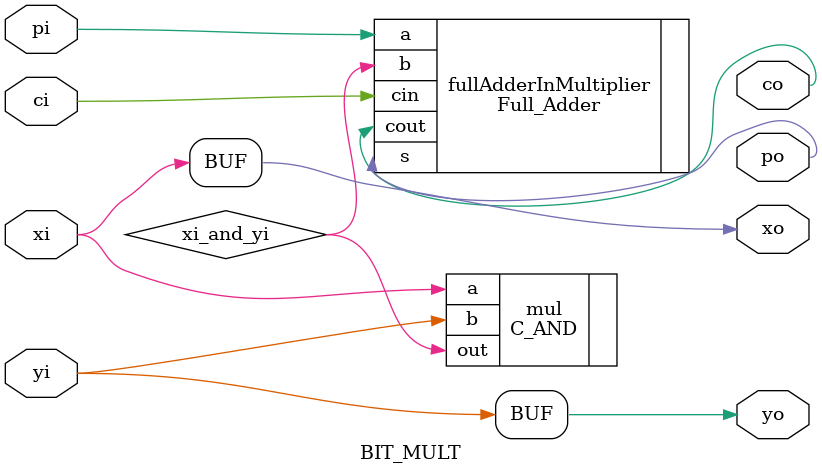
<source format=v>
module BIT_MULT(input xi, yi, pi, ci, output xo, yo, po, co);

    wire xi_and_yi;
    C_AND mul (.a(xi),.b(yi),.out(xi_and_yi));

    Full_Adder fullAdderInMultiplier(.a(pi), .b(xi_and_yi), .cin(ci), .s(po), .cout(co));

    assign xo = xi;
    assign yo = yi;

endmodule
</source>
